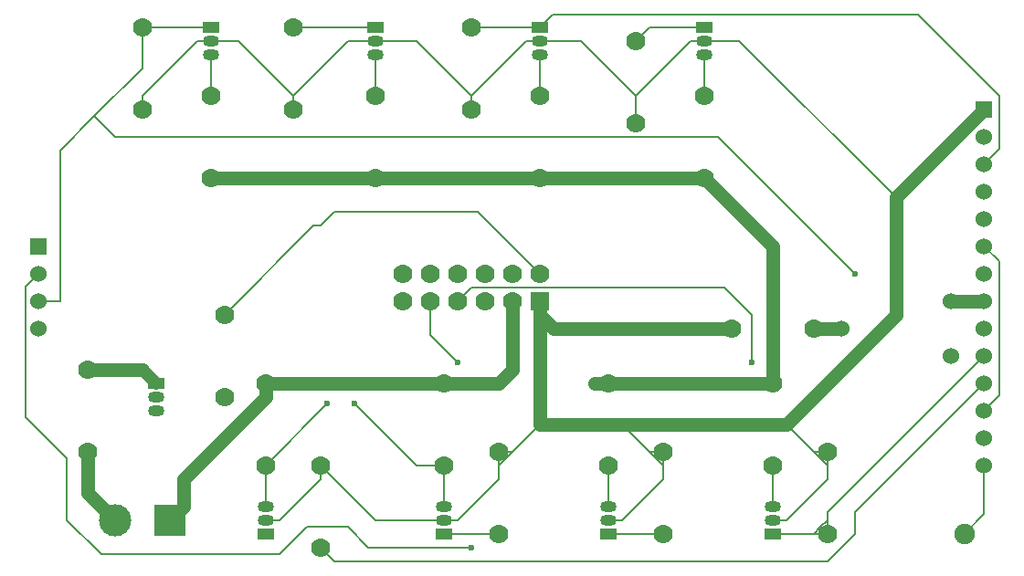
<source format=gbr>
%TF.GenerationSoftware,KiCad,Pcbnew,8.0.4*%
%TF.CreationDate,2024-09-20T16:10:16-06:00*%
%TF.ProjectId,Subsystem SPI Breakout v3,53756273-7973-4746-956d-205350492042,rev?*%
%TF.SameCoordinates,Original*%
%TF.FileFunction,Copper,L1,Top*%
%TF.FilePolarity,Positive*%
%FSLAX46Y46*%
G04 Gerber Fmt 4.6, Leading zero omitted, Abs format (unit mm)*
G04 Created by KiCad (PCBNEW 8.0.4) date 2024-09-20 16:10:16*
%MOMM*%
%LPD*%
G01*
G04 APERTURE LIST*
%TA.AperFunction,ComponentPad*%
%ADD10C,1.778000*%
%TD*%
%TA.AperFunction,ComponentPad*%
%ADD11C,1.524000*%
%TD*%
%TA.AperFunction,ComponentPad*%
%ADD12R,1.500000X1.050000*%
%TD*%
%TA.AperFunction,ComponentPad*%
%ADD13O,1.500000X1.050000*%
%TD*%
%TA.AperFunction,ComponentPad*%
%ADD14C,1.905000*%
%TD*%
%TA.AperFunction,ComponentPad*%
%ADD15R,3.000000X3.000000*%
%TD*%
%TA.AperFunction,ComponentPad*%
%ADD16C,3.000000*%
%TD*%
%TA.AperFunction,ComponentPad*%
%ADD17R,1.778000X1.778000*%
%TD*%
%TA.AperFunction,ComponentPad*%
%ADD18R,1.524000X1.524000*%
%TD*%
%TA.AperFunction,ViaPad*%
%ADD19C,0.600000*%
%TD*%
%TA.AperFunction,Conductor*%
%ADD20C,1.270000*%
%TD*%
%TA.AperFunction,Conductor*%
%ADD21C,0.200000*%
%TD*%
%TA.AperFunction,Conductor*%
%ADD22C,1.143000*%
%TD*%
G04 APERTURE END LIST*
D10*
%TO.P,R5,P$1,P$1*%
%TO.N,/3V3*%
X118110000Y-78740000D03*
%TO.P,R5,P$2,P$2*%
%TO.N,/MISO_3V3*%
X118110000Y-71120000D03*
%TD*%
%TO.P,R9,P$1,P$1*%
%TO.N,/3V3*%
X172720000Y-99060000D03*
%TO.P,R9,P$2,P$2*%
%TO.N,Net-(Brightness Adjust1-PadVin)*%
X180340000Y-99060000D03*
%TD*%
D11*
%TO.P,Brightness Adjust1,Vin*%
%TO.N,Net-(Brightness Adjust1-PadVin)*%
X182880000Y-99060000D03*
%TO.P,Brightness Adjust1,Vout1*%
%TO.N,Net-(Brightness Adjust1-PadVout1)*%
X193040000Y-96520000D03*
%TO.P,Brightness Adjust1,Vout2*%
%TO.N,unconnected-(Brightness Adjust1-PadVout2)*%
X193040000Y-101600000D03*
%TD*%
D10*
%TO.P,R16,P$1,P$1*%
%TO.N,/3V3*%
X134620000Y-111760000D03*
%TO.P,R16,P$2,P$2*%
%TO.N,/CS_TOUCH_3V3*%
X134620000Y-119380000D03*
%TD*%
%TO.P,R10,P$1,P$1*%
%TO.N,/3V3*%
X148590000Y-78740000D03*
%TO.P,R10,P$2,P$2*%
%TO.N,/CS_TFT_3V3*%
X148590000Y-71120000D03*
%TD*%
D12*
%TO.P,CS_SD1,1,D*%
%TO.N,/CS_SD_3V3*%
X139700000Y-71120000D03*
D13*
%TO.P,CS_SD1,2,G*%
%TO.N,/3V3*%
X139700000Y-72390000D03*
%TO.P,CS_SD1,3,S*%
%TO.N,/CS_SD_5V*%
X139700000Y-73660000D03*
%TD*%
D12*
%TO.P,DC1,1,D*%
%TO.N,/DC_3V3*%
X170180000Y-71120000D03*
D13*
%TO.P,DC1,2,G*%
%TO.N,/3V3*%
X170180000Y-72390000D03*
%TO.P,DC1,3,S*%
%TO.N,/DC_5V*%
X170180000Y-73660000D03*
%TD*%
D10*
%TO.P,R1,P$1,P$1*%
%TO.N,/3V3*%
X181610000Y-110490000D03*
%TO.P,R1,P$2,P$2*%
%TO.N,/SCK_3V3*%
X181610000Y-118110000D03*
%TD*%
%TO.P,R17,P$1,P$1*%
%TO.N,/5V*%
X129540000Y-104140000D03*
%TO.P,R17,P$2,P$2*%
%TO.N,/CS_TOUCH_5V*%
X129540000Y-111760000D03*
%TD*%
%TO.P,R14,P$1,P$1*%
%TO.N,/3V3*%
X132080000Y-78740000D03*
%TO.P,R14,P$2,P$2*%
%TO.N,/CS_SD_3V3*%
X132080000Y-71120000D03*
%TD*%
%TO.P,R11,P$1,P$1*%
%TO.N,/5V*%
X154940000Y-85090000D03*
%TO.P,R11,P$2,P$2*%
%TO.N,/CS_TFT_5V*%
X154940000Y-77470000D03*
%TD*%
D12*
%TO.P,RESET1,1,D*%
%TO.N,/RESET_3V3*%
X146050000Y-118110000D03*
D13*
%TO.P,RESET1,2,G*%
%TO.N,/3V3*%
X146050000Y-116840000D03*
%TO.P,RESET1,3,S*%
%TO.N,/RESET_5V*%
X146050000Y-115570000D03*
%TD*%
D10*
%TO.P,R6,P$1,P$1*%
%TO.N,/5V*%
X124460000Y-85090000D03*
%TO.P,R6,P$2,P$2*%
%TO.N,/MISO_5V*%
X124460000Y-77470000D03*
%TD*%
D12*
%TO.P,MISO1,1,D*%
%TO.N,/MISO_3V3*%
X124460000Y-71120000D03*
D13*
%TO.P,MISO1,2,G*%
%TO.N,/3V3*%
X124460000Y-72390000D03*
%TO.P,MISO1,3,S*%
%TO.N,/MISO_5V*%
X124460000Y-73660000D03*
%TD*%
D14*
%TO.P,U1,1,T_IRQ*%
%TO.N,Net-(U1-T_IRQ)*%
X194310000Y-118110000D03*
%TD*%
D15*
%TO.P,LS1,1,1*%
%TO.N,/5V*%
X120650000Y-116840000D03*
D16*
%TO.P,LS1,2,2*%
%TO.N,Net-(LS1-Pad2)*%
X115570000Y-116840000D03*
%TD*%
D10*
%TO.P,R15,P$1,P$1*%
%TO.N,/5V*%
X139700000Y-85090000D03*
%TO.P,R15,P$2,P$2*%
%TO.N,/CS_SD_5V*%
X139700000Y-77470000D03*
%TD*%
D17*
%TO.P,C1,3V3,3V3*%
%TO.N,/3V3*%
X154940000Y-96520000D03*
D10*
%TO.P,C1,5V,5V*%
%TO.N,/5V*%
X152400000Y-96520000D03*
%TO.P,C1,GND,GND*%
%TO.N,/GND*%
X149860000Y-96520000D03*
%TO.P,C1,MISO,MISO*%
%TO.N,/MISO_5V*%
X144780000Y-93980000D03*
%TO.P,C1,MOSI,MOSI*%
%TO.N,/MOSI_5V*%
X144780000Y-96520000D03*
%TO.P,C1,RST,Reset*%
%TO.N,/RESET_5V*%
X142240000Y-96520000D03*
%TO.P,C1,SCK,SCK*%
%TO.N,/SCK_5V*%
X147320000Y-96520000D03*
%TO.P,C1,SD_CS,SD_CS*%
%TO.N,/CS_SD_5V*%
X147320000Y-93980000D03*
%TO.P,C1,SPKR,SPKR*%
%TO.N,Net-(C1-PadSPKR)*%
X154940000Y-93980000D03*
%TO.P,C1,TFT_CS,TFT_CS*%
%TO.N,/CS_TFT_5V*%
X149860000Y-93980000D03*
%TO.P,C1,TFT_DC,TFT_DC*%
%TO.N,/DC_5V*%
X152400000Y-93980000D03*
%TO.P,C1,T_CS,Touch_CS*%
%TO.N,/CS_TOUCH_5V*%
X142240000Y-93980000D03*
%TD*%
D12*
%TO.P,MOSI1,1,D*%
%TO.N,/MOSI_3V3*%
X161290000Y-118110000D03*
D13*
%TO.P,MOSI1,2,G*%
%TO.N,/3V3*%
X161290000Y-116840000D03*
%TO.P,MOSI1,3,S*%
%TO.N,/MOSI_5V*%
X161290000Y-115570000D03*
%TD*%
D10*
%TO.P,R12,P$1,P$1*%
%TO.N,/3V3*%
X163830000Y-80010000D03*
%TO.P,R12,P$2,P$2*%
%TO.N,/DC_3V3*%
X163830000Y-72390000D03*
%TD*%
%TO.P,R2,P$1,P$1*%
%TO.N,/5V*%
X176530000Y-104140000D03*
%TO.P,R2,P$2,P$2*%
%TO.N,/SCK_5V*%
X176530000Y-111760000D03*
%TD*%
D12*
%TO.P,Amplifying Transistor1,1,E*%
%TO.N,Net-(Amplifying Transistor1-E)*%
X119380000Y-104140000D03*
D13*
%TO.P,Amplifying Transistor1,2,B*%
%TO.N,Net-(Amplifying Transistor1-B)*%
X119380000Y-105410000D03*
%TO.P,Amplifying Transistor1,3,C*%
%TO.N,/GND*%
X119380000Y-106680000D03*
%TD*%
D10*
%TO.P,R7,P$1,P$1*%
%TO.N,Net-(Amplifying Transistor1-E)*%
X113030000Y-102870000D03*
%TO.P,R7,P$2,P$2*%
%TO.N,Net-(LS1-Pad2)*%
X113030000Y-110490000D03*
%TD*%
%TO.P,R13,P$1,P$1*%
%TO.N,/5V*%
X170180000Y-85090000D03*
%TO.P,R13,P$2,P$2*%
%TO.N,/DC_5V*%
X170180000Y-77470000D03*
%TD*%
%TO.P,R19,P$1,P$1*%
%TO.N,/5V*%
X146050000Y-104140000D03*
%TO.P,R19,P$2,P$2*%
%TO.N,/RESET_5V*%
X146050000Y-111760000D03*
%TD*%
D12*
%TO.P,CS_TFT1,1,D*%
%TO.N,/CS_TFT_3V3*%
X154940000Y-71120000D03*
D13*
%TO.P,CS_TFT1,2,G*%
%TO.N,/3V3*%
X154940000Y-72390000D03*
%TO.P,CS_TFT1,3,S*%
%TO.N,/CS_TFT_5V*%
X154940000Y-73660000D03*
%TD*%
D12*
%TO.P,SCK1,1,D*%
%TO.N,/SCK_3V3*%
X176530000Y-118110000D03*
D13*
%TO.P,SCK1,2,G*%
%TO.N,/3V3*%
X176530000Y-116840000D03*
%TO.P,SCK1,3,S*%
%TO.N,/SCK_5V*%
X176530000Y-115570000D03*
%TD*%
D10*
%TO.P,R3,P$1,P$1*%
%TO.N,/3V3*%
X166370000Y-110490000D03*
%TO.P,R3,P$2,P$2*%
%TO.N,/MOSI_3V3*%
X166370000Y-118110000D03*
%TD*%
%TO.P,R18,P$1,P$1*%
%TO.N,/3V3*%
X151130000Y-110490000D03*
%TO.P,R18,P$2,P$2*%
%TO.N,/RESET_3V3*%
X151130000Y-118110000D03*
%TD*%
%TO.P,R8,P$1,P$1*%
%TO.N,Net-(Amplifying Transistor1-B)*%
X125730000Y-105410000D03*
%TO.P,R8,P$2,P$2*%
%TO.N,Net-(C1-PadSPKR)*%
X125730000Y-97790000D03*
%TD*%
%TO.P,R4,P$1,P$1*%
%TO.N,/5V*%
X161290000Y-104140000D03*
%TO.P,R4,P$2,P$2*%
%TO.N,/MOSI_5V*%
X161290000Y-111760000D03*
%TD*%
D11*
%TO.P,U2,CS,CS*%
%TO.N,/CS_TFT_3V3*%
X196140000Y-83820000D03*
%TO.P,U2,DC,DC*%
%TO.N,/DC_3V3*%
X196140000Y-88900000D03*
%TO.P,U2,GND,GND*%
%TO.N,/GND*%
X196140000Y-81280000D03*
%TO.P,U2,LED,LED*%
%TO.N,Net-(Brightness Adjust1-PadVout1)*%
X196140000Y-96520000D03*
%TO.P,U2,RESET,RESET*%
%TO.N,/RESET_3V3*%
X196140000Y-86360000D03*
%TO.P,U2,SCK,SCK*%
%TO.N,/SCK_3V3*%
X196140000Y-93980000D03*
%TO.P,U2,SDI(MOSI),SDI(MOSI)*%
%TO.N,/MOSI_3V3*%
X196140000Y-91440000D03*
%TO.P,U2,SDO(MISO),SDO(MISO)*%
%TO.N,/MISO_3V3*%
X196140000Y-99060000D03*
D18*
%TO.P,U2,SD_CS,SD_CS*%
%TO.N,/CS_SD_3V3*%
X108510000Y-91440000D03*
D11*
%TO.P,U2,SD_MISO,SD_MISO*%
%TO.N,/MISO_3V3*%
X108510000Y-96520000D03*
%TO.P,U2,SD_MOSI,SD_MOSI*%
%TO.N,/MOSI_3V3*%
X108510000Y-93980000D03*
%TO.P,U2,SD_SCK,SD_SCK*%
%TO.N,/SCK_3V3*%
X108510000Y-99060000D03*
%TO.P,U2,T_CLK,T_CLK*%
X196140000Y-101600000D03*
%TO.P,U2,T_CS,T_CS*%
%TO.N,/CS_TOUCH_3V3*%
X196140000Y-104140000D03*
%TO.P,U2,T_DIN,T_DIN*%
%TO.N,/MOSI_3V3*%
X196140000Y-106680000D03*
%TO.P,U2,T_DO,T_DO*%
%TO.N,/MISO_3V3*%
X196140000Y-109220000D03*
%TO.P,U2,T_IRQ,T_IRQ*%
%TO.N,Net-(U1-T_IRQ)*%
X196140000Y-111760000D03*
D18*
%TO.P,U2,Vcc,Vcc*%
%TO.N,/3V3*%
X196140000Y-78740000D03*
%TD*%
D12*
%TO.P,CS_Touch1,1,D*%
%TO.N,/CS_TOUCH_3V3*%
X129540000Y-118110000D03*
D13*
%TO.P,CS_Touch1,2,G*%
%TO.N,/3V3*%
X129540000Y-116840000D03*
%TO.P,CS_Touch1,3,S*%
%TO.N,/CS_TOUCH_5V*%
X129540000Y-115570000D03*
%TD*%
D19*
%TO.N,/RESET_5V*%
X137795000Y-106045000D03*
%TO.N,/CS_TOUCH_5V*%
X135255000Y-106045000D03*
%TO.N,/MOSI_5V*%
X147320000Y-102235000D03*
%TO.N,/SCK_5V*%
X174625000Y-102235000D03*
%TO.N,/MOSI_3V3*%
X148590000Y-119380000D03*
%TO.N,/MISO_3V3*%
X184150000Y-93980000D03*
%TD*%
D20*
%TO.N,/5V*%
X176530000Y-91440000D02*
X170180000Y-85090000D01*
X170180000Y-85090000D02*
X124460000Y-85090000D01*
X160020000Y-104140000D02*
X176530000Y-104140000D01*
X124460000Y-85090000D02*
X125730000Y-85090000D01*
X151130000Y-104140000D02*
X147320000Y-104140000D01*
X176530000Y-104140000D02*
X176530000Y-91440000D01*
X121920000Y-115570000D02*
X120650000Y-116840000D01*
X152400000Y-96520000D02*
X152400000Y-101600000D01*
X160020000Y-104140000D02*
X161290000Y-104140000D01*
X152400000Y-102870000D02*
X151130000Y-104140000D01*
X147320000Y-104140000D02*
X142240000Y-104140000D01*
X129540000Y-104140000D02*
X129540000Y-105410000D01*
X152400000Y-101600000D02*
X152400000Y-102870000D01*
X121920000Y-113030000D02*
X121920000Y-115570000D01*
X142240000Y-104140000D02*
X129540000Y-104140000D01*
X147320000Y-104140000D02*
X146050000Y-104140000D01*
X129540000Y-105410000D02*
X121920000Y-113030000D01*
D21*
%TO.N,/RESET_5V*%
X146050000Y-115570000D02*
X146050000Y-111760000D01*
X143510000Y-111760000D02*
X146050000Y-111760000D01*
X137795000Y-106045000D02*
X143510000Y-111760000D01*
%TO.N,/CS_TFT_5V*%
X154940000Y-77470000D02*
X154940000Y-73660000D01*
%TO.N,/DC_5V*%
X170180000Y-73660000D02*
X170180000Y-77470000D01*
%TO.N,Net-(C1-PadSPKR)*%
X134620000Y-89535000D02*
X135890000Y-88265000D01*
X125730000Y-97790000D02*
X133985000Y-89535000D01*
X135890000Y-88265000D02*
X149225000Y-88265000D01*
X133985000Y-89535000D02*
X134620000Y-89535000D01*
X149225000Y-88265000D02*
X154940000Y-93980000D01*
%TO.N,/CS_TOUCH_5V*%
X129540000Y-111760000D02*
X135255000Y-106045000D01*
X129540000Y-111760000D02*
X129540000Y-115570000D01*
%TO.N,/MOSI_5V*%
X144780000Y-99695000D02*
X147320000Y-102235000D01*
X144780000Y-96520000D02*
X144780000Y-99695000D01*
X161290000Y-115570000D02*
X161290000Y-111760000D01*
%TO.N,/SCK_5V*%
X148590000Y-95250000D02*
X172085000Y-95250000D01*
X176530000Y-115570000D02*
X176530000Y-111760000D01*
X174625000Y-97790000D02*
X174625000Y-102235000D01*
X147320000Y-96520000D02*
X148590000Y-95250000D01*
X172085000Y-95250000D02*
X174625000Y-97790000D01*
%TO.N,/3V3*%
X148590000Y-77470000D02*
X143510000Y-72390000D01*
X181610000Y-110490000D02*
X181610000Y-111760000D01*
X151130000Y-111760000D02*
X151130000Y-113017235D01*
X139700000Y-116840000D02*
X134620000Y-111760000D01*
D20*
X187960000Y-86920000D02*
X196140000Y-78740000D01*
D21*
X166370000Y-111760000D02*
X165100000Y-110490000D01*
X181610000Y-111760000D02*
X181610000Y-113017235D01*
X166370000Y-113030000D02*
X162560000Y-116840000D01*
X132080000Y-77470000D02*
X127000000Y-72390000D01*
X154940000Y-72390000D02*
X153670000Y-72390000D01*
X151130000Y-111760000D02*
X152400000Y-110490000D01*
X158750000Y-72390000D02*
X154940000Y-72390000D01*
X166370000Y-111760000D02*
X166370000Y-113030000D01*
X143510000Y-72390000D02*
X139700000Y-72390000D01*
X148590000Y-77470000D02*
X148590000Y-78740000D01*
X153670000Y-72390000D02*
X148590000Y-77470000D01*
X162560000Y-116840000D02*
X161290000Y-116840000D01*
X166370000Y-110490000D02*
X165100000Y-110490000D01*
X134620000Y-113017235D02*
X130797235Y-116840000D01*
D20*
X162560000Y-107950000D02*
X177800000Y-107950000D01*
D21*
X123190000Y-72390000D02*
X118110000Y-77470000D01*
X165100000Y-110490000D02*
X162560000Y-107950000D01*
X177787235Y-116840000D02*
X176530000Y-116840000D01*
X151130000Y-113017235D02*
X147307235Y-116840000D01*
X151130000Y-110490000D02*
X151130000Y-111760000D01*
X166370000Y-110490000D02*
X166370000Y-111760000D01*
D20*
X154940000Y-96520000D02*
X154940000Y-97790000D01*
D21*
X118110000Y-77470000D02*
X118110000Y-78740000D01*
X132080000Y-77470000D02*
X132080000Y-78740000D01*
D20*
X156210000Y-99060000D02*
X172720000Y-99060000D01*
D21*
X170180000Y-72390000D02*
X168910000Y-72390000D01*
X137160000Y-72390000D02*
X132080000Y-77470000D01*
X163830000Y-77470000D02*
X158750000Y-72390000D01*
X181610000Y-111760000D02*
X180340000Y-110490000D01*
X124460000Y-72390000D02*
X123190000Y-72390000D01*
X181610000Y-113017235D02*
X177787235Y-116840000D01*
X152400000Y-110490000D02*
X154940000Y-107950000D01*
D20*
X154940000Y-97790000D02*
X154940000Y-107950000D01*
D21*
X151130000Y-110490000D02*
X152400000Y-110490000D01*
D20*
X154940000Y-107950000D02*
X162560000Y-107950000D01*
D21*
X168910000Y-72390000D02*
X163830000Y-77470000D01*
X170180000Y-72390000D02*
X173430000Y-72390000D01*
X163830000Y-77470000D02*
X163830000Y-80010000D01*
X134620000Y-111760000D02*
X134620000Y-113017235D01*
X147307235Y-116840000D02*
X146050000Y-116840000D01*
X173430000Y-72390000D02*
X187960000Y-86920000D01*
X180340000Y-110490000D02*
X177800000Y-107950000D01*
X146050000Y-116840000D02*
X139700000Y-116840000D01*
X139700000Y-72390000D02*
X137160000Y-72390000D01*
D20*
X187960000Y-97790000D02*
X187960000Y-86920000D01*
D21*
X130797235Y-116840000D02*
X129540000Y-116840000D01*
D20*
X177800000Y-107950000D02*
X187960000Y-97790000D01*
X154940000Y-97790000D02*
X156210000Y-99060000D01*
D21*
X127000000Y-72390000D02*
X124460000Y-72390000D01*
X181610000Y-110490000D02*
X180340000Y-110490000D01*
%TO.N,/CS_SD_5V*%
X139700000Y-77470000D02*
X139700000Y-73660000D01*
%TO.N,/MISO_5V*%
X124460000Y-77470000D02*
X124460000Y-73660000D01*
%TO.N,/SCK_3V3*%
X181610000Y-116840000D02*
X181610000Y-116130000D01*
X181610000Y-118110000D02*
X181610000Y-116840000D01*
X181610000Y-116130000D02*
X196140000Y-101600000D01*
X180340000Y-118110000D02*
X180975000Y-117475000D01*
X181610000Y-118110000D02*
X180975000Y-117475000D01*
X181610000Y-118110000D02*
X180340000Y-118110000D01*
X180975000Y-117475000D02*
X181610000Y-116840000D01*
X176530000Y-118110000D02*
X180340000Y-118110000D01*
%TO.N,/MOSI_3V3*%
X107280000Y-95210000D02*
X107280000Y-107280000D01*
X197520000Y-92820000D02*
X197520000Y-105300000D01*
X161290000Y-118110000D02*
X166370000Y-118110000D01*
X139065000Y-119380000D02*
X148590000Y-119380000D01*
X197520000Y-105300000D02*
X196140000Y-106680000D01*
X111125000Y-116840000D02*
X114300000Y-120015000D01*
X111125000Y-111125000D02*
X111125000Y-116840000D01*
X137160000Y-117475000D02*
X139065000Y-119380000D01*
X107280000Y-107280000D02*
X111125000Y-111125000D01*
X130810000Y-120015000D02*
X133350000Y-117475000D01*
X196140000Y-91440000D02*
X197520000Y-92820000D01*
X114300000Y-120015000D02*
X130810000Y-120015000D01*
X108510000Y-93980000D02*
X107280000Y-95210000D01*
X133350000Y-117475000D02*
X137160000Y-117475000D01*
%TO.N,/MISO_3V3*%
X108510000Y-96520000D02*
X110490000Y-96520000D01*
X113665000Y-79375000D02*
X118110000Y-74930000D01*
X118110000Y-74930000D02*
X118110000Y-71120000D01*
X115570000Y-81280000D02*
X113665000Y-79375000D01*
X184150000Y-93980000D02*
X171450000Y-81280000D01*
X110490000Y-96520000D02*
X110490000Y-82550000D01*
X171450000Y-81280000D02*
X115570000Y-81280000D01*
X110490000Y-82550000D02*
X113665000Y-79375000D01*
X118110000Y-71120000D02*
X124460000Y-71120000D01*
%TO.N,/CS_TFT_3V3*%
X197520000Y-77470000D02*
X189981000Y-69931000D01*
X156129000Y-69931000D02*
X154940000Y-71120000D01*
X148590000Y-71120000D02*
X154940000Y-71120000D01*
X189981000Y-69931000D02*
X156129000Y-69931000D01*
X197520000Y-82440000D02*
X197520000Y-77470000D01*
X196140000Y-83820000D02*
X197520000Y-82440000D01*
%TO.N,/DC_3V3*%
X165100000Y-71120000D02*
X163830000Y-72390000D01*
X170180000Y-71120000D02*
X165100000Y-71120000D01*
%TO.N,/CS_SD_3V3*%
X139700000Y-71120000D02*
X132080000Y-71120000D01*
%TO.N,/CS_TOUCH_3V3*%
X184150000Y-118110000D02*
X181610000Y-120650000D01*
X184150000Y-116130000D02*
X184150000Y-118110000D01*
X181610000Y-120650000D02*
X135890000Y-120650000D01*
X196140000Y-104140000D02*
X184150000Y-116130000D01*
X135890000Y-120650000D02*
X134620000Y-119380000D01*
%TO.N,/RESET_3V3*%
X146050000Y-118110000D02*
X151130000Y-118110000D01*
D20*
%TO.N,Net-(Brightness Adjust1-PadVin)*%
X180340000Y-99060000D02*
X182880000Y-99060000D01*
%TO.N,Net-(Amplifying Transistor1-E)*%
X118110000Y-102870000D02*
X113030000Y-102870000D01*
D22*
X119380000Y-104140000D02*
X118110000Y-102870000D01*
D20*
%TO.N,Net-(LS1-Pad2)*%
X113030000Y-110490000D02*
X113030000Y-114300000D01*
X113030000Y-114300000D02*
X115570000Y-116840000D01*
D21*
%TO.N,Net-(U1-T_IRQ)*%
X196140000Y-111760000D02*
X196140000Y-116280000D01*
X196140000Y-116280000D02*
X194310000Y-118110000D01*
D20*
%TO.N,Net-(Brightness Adjust1-PadVout1)*%
X193040000Y-96520000D02*
X196140000Y-96520000D01*
%TD*%
M02*

</source>
